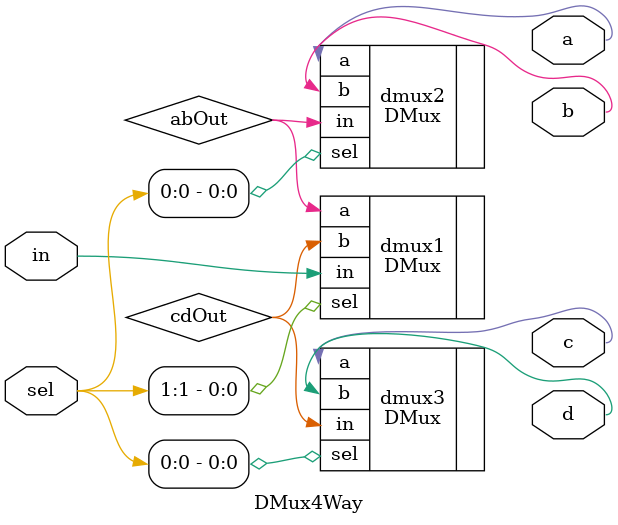
<source format=sv>
`default_nettype none
module DMux4Way(
	input wire in,			// in
	input wire[1:0] sel,	// セレクタ
	output wire a,			// 出力a
	output wire b,			// 出力b
	output wire c,			// 出力c
	output wire d			// 出力d
	);

	wire abOut,cdOut;
	DMux dmux1(.in(in), .sel(sel[1]), .a(abOut), .b(cdOut));
	DMux dmux2(.in(abOut), .sel(sel[0]), .a(a), .b(b));
	DMux dmux3(.in(cdOut), .sel(sel[0]), .a(c), .b(d));

endmodule

</source>
